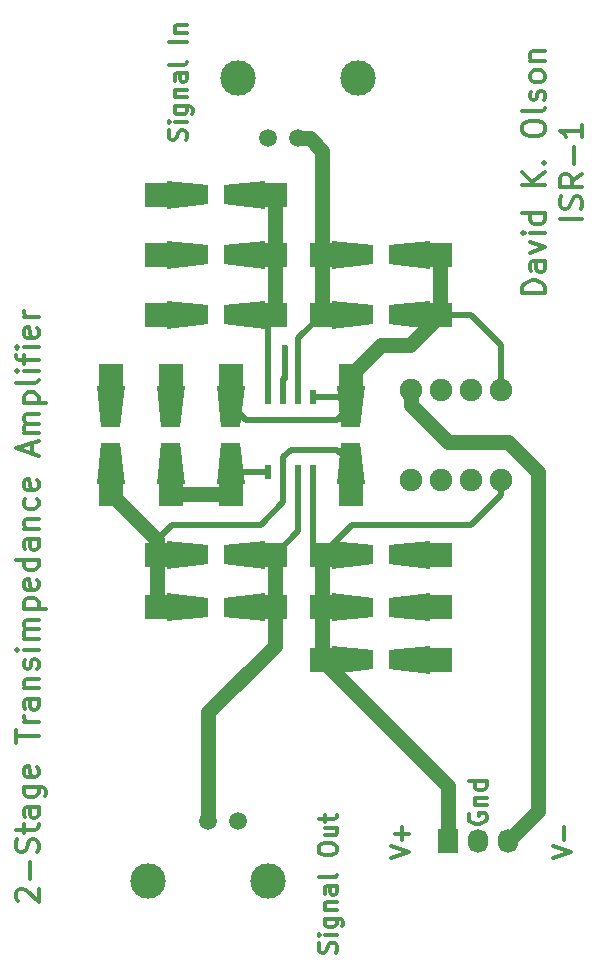
<source format=gbr>
G04 #@! TF.FileFunction,Copper,L1,Top,Signal*
%FSLAX46Y46*%
G04 Gerber Fmt 4.6, Leading zero omitted, Abs format (unit mm)*
G04 Created by KiCad (PCBNEW 4.0.5) date Monday, July 31, 2017 'PMt' 03:21:26 PM*
%MOMM*%
%LPD*%
G01*
G04 APERTURE LIST*
%ADD10C,0.150000*%
%ADD11C,0.304800*%
%ADD12R,1.998980X1.998980*%
%ADD13R,1.727200X2.032000*%
%ADD14O,1.727200X2.032000*%
%ADD15R,0.508000X1.143000*%
%ADD16C,1.905000*%
%ADD17C,3.000000*%
%ADD18C,1.500000*%
%ADD19C,0.600000*%
%ADD20C,1.270000*%
%ADD21C,0.508000*%
G04 APERTURE END LIST*
D10*
D11*
X163068000Y-125439714D02*
X162995429Y-125584857D01*
X162995429Y-125802571D01*
X163068000Y-126020286D01*
X163213143Y-126165428D01*
X163358286Y-126238000D01*
X163648571Y-126310571D01*
X163866286Y-126310571D01*
X164156571Y-126238000D01*
X164301714Y-126165428D01*
X164446857Y-126020286D01*
X164519429Y-125802571D01*
X164519429Y-125657428D01*
X164446857Y-125439714D01*
X164374286Y-125367143D01*
X163866286Y-125367143D01*
X163866286Y-125657428D01*
X163503429Y-124714000D02*
X164519429Y-124714000D01*
X163648571Y-124714000D02*
X163576000Y-124641428D01*
X163503429Y-124496286D01*
X163503429Y-124278571D01*
X163576000Y-124133428D01*
X163721143Y-124060857D01*
X164519429Y-124060857D01*
X164519429Y-122682000D02*
X162995429Y-122682000D01*
X164446857Y-122682000D02*
X164519429Y-122827143D01*
X164519429Y-123117429D01*
X164446857Y-123262571D01*
X164374286Y-123335143D01*
X164229143Y-123407714D01*
X163793714Y-123407714D01*
X163648571Y-123335143D01*
X163576000Y-123262571D01*
X163503429Y-123117429D01*
X163503429Y-122827143D01*
X163576000Y-122682000D01*
X170107429Y-129213428D02*
X171631429Y-128705428D01*
X170107429Y-128197428D01*
X171050857Y-127689428D02*
X171050857Y-126528285D01*
X156391429Y-129213428D02*
X157915429Y-128705428D01*
X156391429Y-128197428D01*
X157334857Y-127689428D02*
X157334857Y-126528285D01*
X157915429Y-127108856D02*
X156754286Y-127108856D01*
X151746857Y-137214428D02*
X151819429Y-136996714D01*
X151819429Y-136633857D01*
X151746857Y-136488714D01*
X151674286Y-136416143D01*
X151529143Y-136343571D01*
X151384000Y-136343571D01*
X151238857Y-136416143D01*
X151166286Y-136488714D01*
X151093714Y-136633857D01*
X151021143Y-136924143D01*
X150948571Y-137069285D01*
X150876000Y-137141857D01*
X150730857Y-137214428D01*
X150585714Y-137214428D01*
X150440571Y-137141857D01*
X150368000Y-137069285D01*
X150295429Y-136924143D01*
X150295429Y-136561285D01*
X150368000Y-136343571D01*
X151819429Y-135690428D02*
X150803429Y-135690428D01*
X150295429Y-135690428D02*
X150368000Y-135762999D01*
X150440571Y-135690428D01*
X150368000Y-135617856D01*
X150295429Y-135690428D01*
X150440571Y-135690428D01*
X150803429Y-134311571D02*
X152037143Y-134311571D01*
X152182286Y-134384142D01*
X152254857Y-134456714D01*
X152327429Y-134601857D01*
X152327429Y-134819571D01*
X152254857Y-134964714D01*
X151746857Y-134311571D02*
X151819429Y-134456714D01*
X151819429Y-134747000D01*
X151746857Y-134892142D01*
X151674286Y-134964714D01*
X151529143Y-135037285D01*
X151093714Y-135037285D01*
X150948571Y-134964714D01*
X150876000Y-134892142D01*
X150803429Y-134747000D01*
X150803429Y-134456714D01*
X150876000Y-134311571D01*
X150803429Y-133585857D02*
X151819429Y-133585857D01*
X150948571Y-133585857D02*
X150876000Y-133513285D01*
X150803429Y-133368143D01*
X150803429Y-133150428D01*
X150876000Y-133005285D01*
X151021143Y-132932714D01*
X151819429Y-132932714D01*
X151819429Y-131553857D02*
X151021143Y-131553857D01*
X150876000Y-131626428D01*
X150803429Y-131771571D01*
X150803429Y-132061857D01*
X150876000Y-132207000D01*
X151746857Y-131553857D02*
X151819429Y-131699000D01*
X151819429Y-132061857D01*
X151746857Y-132207000D01*
X151601714Y-132279571D01*
X151456571Y-132279571D01*
X151311429Y-132207000D01*
X151238857Y-132061857D01*
X151238857Y-131699000D01*
X151166286Y-131553857D01*
X151819429Y-130610429D02*
X151746857Y-130755571D01*
X151601714Y-130828143D01*
X150295429Y-130828143D01*
X150295429Y-128578428D02*
X150295429Y-128288142D01*
X150368000Y-128143000D01*
X150513143Y-127997857D01*
X150803429Y-127925285D01*
X151311429Y-127925285D01*
X151601714Y-127997857D01*
X151746857Y-128143000D01*
X151819429Y-128288142D01*
X151819429Y-128578428D01*
X151746857Y-128723571D01*
X151601714Y-128868714D01*
X151311429Y-128941285D01*
X150803429Y-128941285D01*
X150513143Y-128868714D01*
X150368000Y-128723571D01*
X150295429Y-128578428D01*
X150803429Y-126619000D02*
X151819429Y-126619000D01*
X150803429Y-127272143D02*
X151601714Y-127272143D01*
X151746857Y-127199571D01*
X151819429Y-127054429D01*
X151819429Y-126836714D01*
X151746857Y-126691571D01*
X151674286Y-126619000D01*
X150803429Y-126111000D02*
X150803429Y-125530429D01*
X150295429Y-125893286D02*
X151601714Y-125893286D01*
X151746857Y-125820714D01*
X151819429Y-125675572D01*
X151819429Y-125530429D01*
X139046857Y-68398571D02*
X139119429Y-68180857D01*
X139119429Y-67818000D01*
X139046857Y-67672857D01*
X138974286Y-67600286D01*
X138829143Y-67527714D01*
X138684000Y-67527714D01*
X138538857Y-67600286D01*
X138466286Y-67672857D01*
X138393714Y-67818000D01*
X138321143Y-68108286D01*
X138248571Y-68253428D01*
X138176000Y-68326000D01*
X138030857Y-68398571D01*
X137885714Y-68398571D01*
X137740571Y-68326000D01*
X137668000Y-68253428D01*
X137595429Y-68108286D01*
X137595429Y-67745428D01*
X137668000Y-67527714D01*
X139119429Y-66874571D02*
X138103429Y-66874571D01*
X137595429Y-66874571D02*
X137668000Y-66947142D01*
X137740571Y-66874571D01*
X137668000Y-66801999D01*
X137595429Y-66874571D01*
X137740571Y-66874571D01*
X138103429Y-65495714D02*
X139337143Y-65495714D01*
X139482286Y-65568285D01*
X139554857Y-65640857D01*
X139627429Y-65786000D01*
X139627429Y-66003714D01*
X139554857Y-66148857D01*
X139046857Y-65495714D02*
X139119429Y-65640857D01*
X139119429Y-65931143D01*
X139046857Y-66076285D01*
X138974286Y-66148857D01*
X138829143Y-66221428D01*
X138393714Y-66221428D01*
X138248571Y-66148857D01*
X138176000Y-66076285D01*
X138103429Y-65931143D01*
X138103429Y-65640857D01*
X138176000Y-65495714D01*
X138103429Y-64770000D02*
X139119429Y-64770000D01*
X138248571Y-64770000D02*
X138176000Y-64697428D01*
X138103429Y-64552286D01*
X138103429Y-64334571D01*
X138176000Y-64189428D01*
X138321143Y-64116857D01*
X139119429Y-64116857D01*
X139119429Y-62738000D02*
X138321143Y-62738000D01*
X138176000Y-62810571D01*
X138103429Y-62955714D01*
X138103429Y-63246000D01*
X138176000Y-63391143D01*
X139046857Y-62738000D02*
X139119429Y-62883143D01*
X139119429Y-63246000D01*
X139046857Y-63391143D01*
X138901714Y-63463714D01*
X138756571Y-63463714D01*
X138611429Y-63391143D01*
X138538857Y-63246000D01*
X138538857Y-62883143D01*
X138466286Y-62738000D01*
X139119429Y-61794572D02*
X139046857Y-61939714D01*
X138901714Y-62012286D01*
X137595429Y-62012286D01*
X139119429Y-60052857D02*
X137595429Y-60052857D01*
X138103429Y-59327143D02*
X139119429Y-59327143D01*
X138248571Y-59327143D02*
X138176000Y-59254571D01*
X138103429Y-59109429D01*
X138103429Y-58891714D01*
X138176000Y-58746571D01*
X138321143Y-58674000D01*
X139119429Y-58674000D01*
X169460636Y-81370714D02*
X167555636Y-81370714D01*
X167555636Y-80917142D01*
X167646350Y-80644999D01*
X167827779Y-80463571D01*
X168009207Y-80372856D01*
X168372064Y-80282142D01*
X168644207Y-80282142D01*
X169007064Y-80372856D01*
X169188493Y-80463571D01*
X169369921Y-80644999D01*
X169460636Y-80917142D01*
X169460636Y-81370714D01*
X169460636Y-78649285D02*
X168462779Y-78649285D01*
X168281350Y-78739999D01*
X168190636Y-78921428D01*
X168190636Y-79284285D01*
X168281350Y-79465714D01*
X169369921Y-78649285D02*
X169460636Y-78830714D01*
X169460636Y-79284285D01*
X169369921Y-79465714D01*
X169188493Y-79556428D01*
X169007064Y-79556428D01*
X168825636Y-79465714D01*
X168734921Y-79284285D01*
X168734921Y-78830714D01*
X168644207Y-78649285D01*
X168190636Y-77923571D02*
X169460636Y-77470000D01*
X168190636Y-77016428D01*
X169460636Y-76290714D02*
X168190636Y-76290714D01*
X167555636Y-76290714D02*
X167646350Y-76381428D01*
X167737064Y-76290714D01*
X167646350Y-76199999D01*
X167555636Y-76290714D01*
X167737064Y-76290714D01*
X169460636Y-74567142D02*
X167555636Y-74567142D01*
X169369921Y-74567142D02*
X169460636Y-74748571D01*
X169460636Y-75111428D01*
X169369921Y-75292856D01*
X169279207Y-75383571D01*
X169097779Y-75474285D01*
X168553493Y-75474285D01*
X168372064Y-75383571D01*
X168281350Y-75292856D01*
X168190636Y-75111428D01*
X168190636Y-74748571D01*
X168281350Y-74567142D01*
X169460636Y-72208571D02*
X167555636Y-72208571D01*
X169460636Y-71119999D02*
X168372064Y-71936428D01*
X167555636Y-71119999D02*
X168644207Y-72208571D01*
X169279207Y-70303571D02*
X169369921Y-70212856D01*
X169460636Y-70303571D01*
X169369921Y-70394285D01*
X169279207Y-70303571D01*
X169460636Y-70303571D01*
X167555636Y-67582141D02*
X167555636Y-67219284D01*
X167646350Y-67037856D01*
X167827779Y-66856427D01*
X168190636Y-66765713D01*
X168825636Y-66765713D01*
X169188493Y-66856427D01*
X169369921Y-67037856D01*
X169460636Y-67219284D01*
X169460636Y-67582141D01*
X169369921Y-67763570D01*
X169188493Y-67944999D01*
X168825636Y-68035713D01*
X168190636Y-68035713D01*
X167827779Y-67944999D01*
X167646350Y-67763570D01*
X167555636Y-67582141D01*
X169460636Y-65677142D02*
X169369921Y-65858570D01*
X169188493Y-65949285D01*
X167555636Y-65949285D01*
X169369921Y-65042142D02*
X169460636Y-64860713D01*
X169460636Y-64497856D01*
X169369921Y-64316428D01*
X169188493Y-64225713D01*
X169097779Y-64225713D01*
X168916350Y-64316428D01*
X168825636Y-64497856D01*
X168825636Y-64769999D01*
X168734921Y-64951428D01*
X168553493Y-65042142D01*
X168462779Y-65042142D01*
X168281350Y-64951428D01*
X168190636Y-64769999D01*
X168190636Y-64497856D01*
X168281350Y-64316428D01*
X169460636Y-63137142D02*
X169369921Y-63318570D01*
X169279207Y-63409285D01*
X169097779Y-63499999D01*
X168553493Y-63499999D01*
X168372064Y-63409285D01*
X168281350Y-63318570D01*
X168190636Y-63137142D01*
X168190636Y-62864999D01*
X168281350Y-62683570D01*
X168372064Y-62592856D01*
X168553493Y-62502142D01*
X169097779Y-62502142D01*
X169279207Y-62592856D01*
X169369921Y-62683570D01*
X169460636Y-62864999D01*
X169460636Y-63137142D01*
X168190636Y-61685714D02*
X169460636Y-61685714D01*
X168372064Y-61685714D02*
X168281350Y-61594999D01*
X168190636Y-61413571D01*
X168190636Y-61141428D01*
X168281350Y-60959999D01*
X168462779Y-60869285D01*
X169460636Y-60869285D01*
X172622936Y-75066072D02*
X170717936Y-75066072D01*
X172532221Y-74249643D02*
X172622936Y-73977500D01*
X172622936Y-73523929D01*
X172532221Y-73342500D01*
X172441507Y-73251786D01*
X172260079Y-73161071D01*
X172078650Y-73161071D01*
X171897221Y-73251786D01*
X171806507Y-73342500D01*
X171715793Y-73523929D01*
X171625079Y-73886786D01*
X171534364Y-74068214D01*
X171443650Y-74158929D01*
X171262221Y-74249643D01*
X171080793Y-74249643D01*
X170899364Y-74158929D01*
X170808650Y-74068214D01*
X170717936Y-73886786D01*
X170717936Y-73433214D01*
X170808650Y-73161071D01*
X172622936Y-71256071D02*
X171715793Y-71891071D01*
X172622936Y-72344643D02*
X170717936Y-72344643D01*
X170717936Y-71618928D01*
X170808650Y-71437500D01*
X170899364Y-71346785D01*
X171080793Y-71256071D01*
X171352936Y-71256071D01*
X171534364Y-71346785D01*
X171625079Y-71437500D01*
X171715793Y-71618928D01*
X171715793Y-72344643D01*
X171897221Y-70439643D02*
X171897221Y-68988214D01*
X172622936Y-67083214D02*
X172622936Y-68171786D01*
X172622936Y-67627500D02*
X170717936Y-67627500D01*
X170990079Y-67808929D01*
X171171507Y-67990357D01*
X171262221Y-68171786D01*
X124868214Y-132851070D02*
X124777500Y-132760356D01*
X124686786Y-132578927D01*
X124686786Y-132125356D01*
X124777500Y-131943927D01*
X124868214Y-131853213D01*
X125049643Y-131762498D01*
X125231071Y-131762498D01*
X125503214Y-131853213D01*
X126591786Y-132941784D01*
X126591786Y-131762498D01*
X125866071Y-130946070D02*
X125866071Y-129494641D01*
X126501071Y-128678213D02*
X126591786Y-128406070D01*
X126591786Y-127952499D01*
X126501071Y-127771070D01*
X126410357Y-127680356D01*
X126228929Y-127589641D01*
X126047500Y-127589641D01*
X125866071Y-127680356D01*
X125775357Y-127771070D01*
X125684643Y-127952499D01*
X125593929Y-128315356D01*
X125503214Y-128496784D01*
X125412500Y-128587499D01*
X125231071Y-128678213D01*
X125049643Y-128678213D01*
X124868214Y-128587499D01*
X124777500Y-128496784D01*
X124686786Y-128315356D01*
X124686786Y-127861784D01*
X124777500Y-127589641D01*
X125321786Y-127045355D02*
X125321786Y-126319641D01*
X124686786Y-126773213D02*
X126319643Y-126773213D01*
X126501071Y-126682498D01*
X126591786Y-126501070D01*
X126591786Y-126319641D01*
X126591786Y-124868213D02*
X125593929Y-124868213D01*
X125412500Y-124958927D01*
X125321786Y-125140356D01*
X125321786Y-125503213D01*
X125412500Y-125684642D01*
X126501071Y-124868213D02*
X126591786Y-125049642D01*
X126591786Y-125503213D01*
X126501071Y-125684642D01*
X126319643Y-125775356D01*
X126138214Y-125775356D01*
X125956786Y-125684642D01*
X125866071Y-125503213D01*
X125866071Y-125049642D01*
X125775357Y-124868213D01*
X125321786Y-123144642D02*
X126863929Y-123144642D01*
X127045357Y-123235356D01*
X127136071Y-123326071D01*
X127226786Y-123507499D01*
X127226786Y-123779642D01*
X127136071Y-123961071D01*
X126501071Y-123144642D02*
X126591786Y-123326071D01*
X126591786Y-123688928D01*
X126501071Y-123870356D01*
X126410357Y-123961071D01*
X126228929Y-124051785D01*
X125684643Y-124051785D01*
X125503214Y-123961071D01*
X125412500Y-123870356D01*
X125321786Y-123688928D01*
X125321786Y-123326071D01*
X125412500Y-123144642D01*
X126501071Y-121511785D02*
X126591786Y-121693214D01*
X126591786Y-122056071D01*
X126501071Y-122237500D01*
X126319643Y-122328214D01*
X125593929Y-122328214D01*
X125412500Y-122237500D01*
X125321786Y-122056071D01*
X125321786Y-121693214D01*
X125412500Y-121511785D01*
X125593929Y-121421071D01*
X125775357Y-121421071D01*
X125956786Y-122328214D01*
X124686786Y-119425356D02*
X124686786Y-118336785D01*
X126591786Y-118881071D02*
X124686786Y-118881071D01*
X126591786Y-117701785D02*
X125321786Y-117701785D01*
X125684643Y-117701785D02*
X125503214Y-117611070D01*
X125412500Y-117520356D01*
X125321786Y-117338927D01*
X125321786Y-117157499D01*
X126591786Y-115706070D02*
X125593929Y-115706070D01*
X125412500Y-115796784D01*
X125321786Y-115978213D01*
X125321786Y-116341070D01*
X125412500Y-116522499D01*
X126501071Y-115706070D02*
X126591786Y-115887499D01*
X126591786Y-116341070D01*
X126501071Y-116522499D01*
X126319643Y-116613213D01*
X126138214Y-116613213D01*
X125956786Y-116522499D01*
X125866071Y-116341070D01*
X125866071Y-115887499D01*
X125775357Y-115706070D01*
X125321786Y-114798928D02*
X126591786Y-114798928D01*
X125503214Y-114798928D02*
X125412500Y-114708213D01*
X125321786Y-114526785D01*
X125321786Y-114254642D01*
X125412500Y-114073213D01*
X125593929Y-113982499D01*
X126591786Y-113982499D01*
X126501071Y-113166071D02*
X126591786Y-112984642D01*
X126591786Y-112621785D01*
X126501071Y-112440357D01*
X126319643Y-112349642D01*
X126228929Y-112349642D01*
X126047500Y-112440357D01*
X125956786Y-112621785D01*
X125956786Y-112893928D01*
X125866071Y-113075357D01*
X125684643Y-113166071D01*
X125593929Y-113166071D01*
X125412500Y-113075357D01*
X125321786Y-112893928D01*
X125321786Y-112621785D01*
X125412500Y-112440357D01*
X126591786Y-111533214D02*
X125321786Y-111533214D01*
X124686786Y-111533214D02*
X124777500Y-111623928D01*
X124868214Y-111533214D01*
X124777500Y-111442499D01*
X124686786Y-111533214D01*
X124868214Y-111533214D01*
X126591786Y-110626071D02*
X125321786Y-110626071D01*
X125503214Y-110626071D02*
X125412500Y-110535356D01*
X125321786Y-110353928D01*
X125321786Y-110081785D01*
X125412500Y-109900356D01*
X125593929Y-109809642D01*
X126591786Y-109809642D01*
X125593929Y-109809642D02*
X125412500Y-109718928D01*
X125321786Y-109537499D01*
X125321786Y-109265356D01*
X125412500Y-109083928D01*
X125593929Y-108993213D01*
X126591786Y-108993213D01*
X125321786Y-108086071D02*
X127226786Y-108086071D01*
X125412500Y-108086071D02*
X125321786Y-107904642D01*
X125321786Y-107541785D01*
X125412500Y-107360356D01*
X125503214Y-107269642D01*
X125684643Y-107178928D01*
X126228929Y-107178928D01*
X126410357Y-107269642D01*
X126501071Y-107360356D01*
X126591786Y-107541785D01*
X126591786Y-107904642D01*
X126501071Y-108086071D01*
X126501071Y-105636785D02*
X126591786Y-105818214D01*
X126591786Y-106181071D01*
X126501071Y-106362500D01*
X126319643Y-106453214D01*
X125593929Y-106453214D01*
X125412500Y-106362500D01*
X125321786Y-106181071D01*
X125321786Y-105818214D01*
X125412500Y-105636785D01*
X125593929Y-105546071D01*
X125775357Y-105546071D01*
X125956786Y-106453214D01*
X126591786Y-103913214D02*
X124686786Y-103913214D01*
X126501071Y-103913214D02*
X126591786Y-104094643D01*
X126591786Y-104457500D01*
X126501071Y-104638928D01*
X126410357Y-104729643D01*
X126228929Y-104820357D01*
X125684643Y-104820357D01*
X125503214Y-104729643D01*
X125412500Y-104638928D01*
X125321786Y-104457500D01*
X125321786Y-104094643D01*
X125412500Y-103913214D01*
X126591786Y-102189643D02*
X125593929Y-102189643D01*
X125412500Y-102280357D01*
X125321786Y-102461786D01*
X125321786Y-102824643D01*
X125412500Y-103006072D01*
X126501071Y-102189643D02*
X126591786Y-102371072D01*
X126591786Y-102824643D01*
X126501071Y-103006072D01*
X126319643Y-103096786D01*
X126138214Y-103096786D01*
X125956786Y-103006072D01*
X125866071Y-102824643D01*
X125866071Y-102371072D01*
X125775357Y-102189643D01*
X125321786Y-101282501D02*
X126591786Y-101282501D01*
X125503214Y-101282501D02*
X125412500Y-101191786D01*
X125321786Y-101010358D01*
X125321786Y-100738215D01*
X125412500Y-100556786D01*
X125593929Y-100466072D01*
X126591786Y-100466072D01*
X126501071Y-98742501D02*
X126591786Y-98923930D01*
X126591786Y-99286787D01*
X126501071Y-99468215D01*
X126410357Y-99558930D01*
X126228929Y-99649644D01*
X125684643Y-99649644D01*
X125503214Y-99558930D01*
X125412500Y-99468215D01*
X125321786Y-99286787D01*
X125321786Y-98923930D01*
X125412500Y-98742501D01*
X126501071Y-97200358D02*
X126591786Y-97381787D01*
X126591786Y-97744644D01*
X126501071Y-97926073D01*
X126319643Y-98016787D01*
X125593929Y-98016787D01*
X125412500Y-97926073D01*
X125321786Y-97744644D01*
X125321786Y-97381787D01*
X125412500Y-97200358D01*
X125593929Y-97109644D01*
X125775357Y-97109644D01*
X125956786Y-98016787D01*
X126047500Y-94932501D02*
X126047500Y-94025358D01*
X126591786Y-95113929D02*
X124686786Y-94478929D01*
X126591786Y-93843929D01*
X126591786Y-93208930D02*
X125321786Y-93208930D01*
X125503214Y-93208930D02*
X125412500Y-93118215D01*
X125321786Y-92936787D01*
X125321786Y-92664644D01*
X125412500Y-92483215D01*
X125593929Y-92392501D01*
X126591786Y-92392501D01*
X125593929Y-92392501D02*
X125412500Y-92301787D01*
X125321786Y-92120358D01*
X125321786Y-91848215D01*
X125412500Y-91666787D01*
X125593929Y-91576072D01*
X126591786Y-91576072D01*
X125321786Y-90668930D02*
X127226786Y-90668930D01*
X125412500Y-90668930D02*
X125321786Y-90487501D01*
X125321786Y-90124644D01*
X125412500Y-89943215D01*
X125503214Y-89852501D01*
X125684643Y-89761787D01*
X126228929Y-89761787D01*
X126410357Y-89852501D01*
X126501071Y-89943215D01*
X126591786Y-90124644D01*
X126591786Y-90487501D01*
X126501071Y-90668930D01*
X126591786Y-88673216D02*
X126501071Y-88854644D01*
X126319643Y-88945359D01*
X124686786Y-88945359D01*
X126591786Y-87947502D02*
X125321786Y-87947502D01*
X124686786Y-87947502D02*
X124777500Y-88038216D01*
X124868214Y-87947502D01*
X124777500Y-87856787D01*
X124686786Y-87947502D01*
X124868214Y-87947502D01*
X125321786Y-87312501D02*
X125321786Y-86586787D01*
X126591786Y-87040359D02*
X124958929Y-87040359D01*
X124777500Y-86949644D01*
X124686786Y-86768216D01*
X124686786Y-86586787D01*
X126591786Y-85951788D02*
X125321786Y-85951788D01*
X124686786Y-85951788D02*
X124777500Y-86042502D01*
X124868214Y-85951788D01*
X124777500Y-85861073D01*
X124686786Y-85951788D01*
X124868214Y-85951788D01*
X126501071Y-84318930D02*
X126591786Y-84500359D01*
X126591786Y-84863216D01*
X126501071Y-85044645D01*
X126319643Y-85135359D01*
X125593929Y-85135359D01*
X125412500Y-85044645D01*
X125321786Y-84863216D01*
X125321786Y-84500359D01*
X125412500Y-84318930D01*
X125593929Y-84228216D01*
X125775357Y-84228216D01*
X125956786Y-85135359D01*
X126591786Y-83411788D02*
X125321786Y-83411788D01*
X125684643Y-83411788D02*
X125503214Y-83321073D01*
X125412500Y-83230359D01*
X125321786Y-83048930D01*
X125321786Y-82867502D01*
D10*
G36*
X136596120Y-89181940D02*
X138993880Y-89181940D01*
X138595100Y-92682060D01*
X136994900Y-92682060D01*
X136596120Y-89181940D01*
X136596120Y-89181940D01*
G37*
G36*
X138993880Y-97508060D02*
X136596120Y-97508060D01*
X136994900Y-94007940D01*
X138595100Y-94007940D01*
X138993880Y-97508060D01*
X138993880Y-97508060D01*
G37*
D12*
X137795000Y-88343740D03*
X137795000Y-98346260D03*
D10*
G36*
X159738060Y-102306120D02*
X159738060Y-104703880D01*
X156237940Y-104305100D01*
X156237940Y-102704900D01*
X159738060Y-102306120D01*
X159738060Y-102306120D01*
G37*
G36*
X151411940Y-104703880D02*
X151411940Y-102306120D01*
X154912060Y-102704900D01*
X154912060Y-104305100D01*
X151411940Y-104703880D01*
X151411940Y-104703880D01*
G37*
D12*
X160576260Y-103505000D03*
X150573740Y-103505000D03*
D10*
G36*
X159738060Y-106751120D02*
X159738060Y-109148880D01*
X156237940Y-108750100D01*
X156237940Y-107149900D01*
X159738060Y-106751120D01*
X159738060Y-106751120D01*
G37*
G36*
X151411940Y-109148880D02*
X151411940Y-106751120D01*
X154912060Y-107149900D01*
X154912060Y-108750100D01*
X151411940Y-109148880D01*
X151411940Y-109148880D01*
G37*
D12*
X160576260Y-107950000D03*
X150573740Y-107950000D03*
D10*
G36*
X159738060Y-111196120D02*
X159738060Y-113593880D01*
X156237940Y-113195100D01*
X156237940Y-111594900D01*
X159738060Y-111196120D01*
X159738060Y-111196120D01*
G37*
G36*
X151411940Y-113593880D02*
X151411940Y-111196120D01*
X154912060Y-111594900D01*
X154912060Y-113195100D01*
X151411940Y-113593880D01*
X151411940Y-113593880D01*
G37*
D12*
X160576260Y-112395000D03*
X150573740Y-112395000D03*
D10*
G36*
X137441940Y-84383880D02*
X137441940Y-81986120D01*
X140942060Y-82384900D01*
X140942060Y-83985100D01*
X137441940Y-84383880D01*
X137441940Y-84383880D01*
G37*
G36*
X145768060Y-81986120D02*
X145768060Y-84383880D01*
X142267940Y-83985100D01*
X142267940Y-82384900D01*
X145768060Y-81986120D01*
X145768060Y-81986120D01*
G37*
D12*
X136603740Y-83185000D03*
X146606260Y-83185000D03*
D10*
G36*
X137441940Y-79303880D02*
X137441940Y-76906120D01*
X140942060Y-77304900D01*
X140942060Y-78905100D01*
X137441940Y-79303880D01*
X137441940Y-79303880D01*
G37*
G36*
X145768060Y-76906120D02*
X145768060Y-79303880D01*
X142267940Y-78905100D01*
X142267940Y-77304900D01*
X145768060Y-76906120D01*
X145768060Y-76906120D01*
G37*
D12*
X136603740Y-78105000D03*
X146606260Y-78105000D03*
D10*
G36*
X137441940Y-74223880D02*
X137441940Y-71826120D01*
X140942060Y-72224900D01*
X140942060Y-73825100D01*
X137441940Y-74223880D01*
X137441940Y-74223880D01*
G37*
G36*
X145768060Y-71826120D02*
X145768060Y-74223880D01*
X142267940Y-73825100D01*
X142267940Y-72224900D01*
X145768060Y-71826120D01*
X145768060Y-71826120D01*
G37*
D12*
X136603740Y-73025000D03*
X146606260Y-73025000D03*
D10*
G36*
X159738060Y-76906120D02*
X159738060Y-79303880D01*
X156237940Y-78905100D01*
X156237940Y-77304900D01*
X159738060Y-76906120D01*
X159738060Y-76906120D01*
G37*
G36*
X151411940Y-79303880D02*
X151411940Y-76906120D01*
X154912060Y-77304900D01*
X154912060Y-78905100D01*
X151411940Y-79303880D01*
X151411940Y-79303880D01*
G37*
D12*
X160576260Y-78105000D03*
X150573740Y-78105000D03*
D10*
G36*
X145768060Y-106751120D02*
X145768060Y-109148880D01*
X142267940Y-108750100D01*
X142267940Y-107149900D01*
X145768060Y-106751120D01*
X145768060Y-106751120D01*
G37*
G36*
X137441940Y-109148880D02*
X137441940Y-106751120D01*
X140942060Y-107149900D01*
X140942060Y-108750100D01*
X137441940Y-109148880D01*
X137441940Y-109148880D01*
G37*
D12*
X146606260Y-107950000D03*
X136603740Y-107950000D03*
D13*
X161290000Y-127762000D03*
D14*
X163830000Y-127762000D03*
X166370000Y-127762000D03*
D10*
G36*
X154233880Y-97508060D02*
X151836120Y-97508060D01*
X152234900Y-94007940D01*
X153835100Y-94007940D01*
X154233880Y-97508060D01*
X154233880Y-97508060D01*
G37*
G36*
X151836120Y-89181940D02*
X154233880Y-89181940D01*
X153835100Y-92682060D01*
X152234900Y-92682060D01*
X151836120Y-89181940D01*
X151836120Y-89181940D01*
G37*
D12*
X153035000Y-98346260D03*
X153035000Y-88343740D03*
D10*
G36*
X144073880Y-97508060D02*
X141676120Y-97508060D01*
X142074900Y-94007940D01*
X143675100Y-94007940D01*
X144073880Y-97508060D01*
X144073880Y-97508060D01*
G37*
G36*
X141676120Y-89181940D02*
X144073880Y-89181940D01*
X143675100Y-92682060D01*
X142074900Y-92682060D01*
X141676120Y-89181940D01*
X141676120Y-89181940D01*
G37*
D12*
X142875000Y-98346260D03*
X142875000Y-88343740D03*
D10*
G36*
X133913880Y-97508060D02*
X131516120Y-97508060D01*
X131914900Y-94007940D01*
X133515100Y-94007940D01*
X133913880Y-97508060D01*
X133913880Y-97508060D01*
G37*
G36*
X131516120Y-89181940D02*
X133913880Y-89181940D01*
X133515100Y-92682060D01*
X131914900Y-92682060D01*
X131516120Y-89181940D01*
X131516120Y-89181940D01*
G37*
D12*
X132715000Y-98346260D03*
X132715000Y-88343740D03*
D10*
G36*
X159738060Y-81986120D02*
X159738060Y-84383880D01*
X156237940Y-83985100D01*
X156237940Y-82384900D01*
X159738060Y-81986120D01*
X159738060Y-81986120D01*
G37*
G36*
X151411940Y-84383880D02*
X151411940Y-81986120D01*
X154912060Y-82384900D01*
X154912060Y-83985100D01*
X151411940Y-84383880D01*
X151411940Y-84383880D01*
G37*
D12*
X160576260Y-83185000D03*
X150573740Y-83185000D03*
D10*
G36*
X145768060Y-102306120D02*
X145768060Y-104703880D01*
X142267940Y-104305100D01*
X142267940Y-102704900D01*
X145768060Y-102306120D01*
X145768060Y-102306120D01*
G37*
G36*
X137441940Y-104703880D02*
X137441940Y-102306120D01*
X140942060Y-102704900D01*
X140942060Y-104305100D01*
X137441940Y-104703880D01*
X137441940Y-104703880D01*
G37*
D12*
X146606260Y-103505000D03*
X136603740Y-103505000D03*
D15*
X149860000Y-96520000D03*
X148590000Y-96520000D03*
X147320000Y-96520000D03*
X146050000Y-96520000D03*
X146050000Y-90170000D03*
X147320000Y-90170000D03*
X148590000Y-90170000D03*
X149860000Y-90170000D03*
D16*
X165735000Y-89535000D03*
X163195000Y-89535000D03*
X160655000Y-89535000D03*
X158115000Y-89535000D03*
X158115000Y-97155000D03*
X160655000Y-97155000D03*
X163195000Y-97155000D03*
X165735000Y-97155000D03*
D17*
X143510000Y-63180000D03*
X153670000Y-63180000D03*
D18*
X148590000Y-68260000D03*
X146050000Y-68260000D03*
D17*
X146050000Y-131130000D03*
X135890000Y-131130000D03*
D18*
X140970000Y-126050000D03*
X143510000Y-126050000D03*
D19*
X147447000Y-88519000D03*
X147447000Y-85979000D03*
X147447000Y-87249000D03*
D20*
X161290000Y-127762000D02*
X161290000Y-123111260D01*
X161290000Y-123111260D02*
X150573740Y-112395000D01*
D21*
X153113740Y-100965000D02*
X150573740Y-103505000D01*
X163195000Y-100965000D02*
X153113740Y-100965000D01*
D20*
X150573740Y-108585000D02*
X150573740Y-112395000D01*
X150573740Y-104140000D02*
X150573740Y-107950000D01*
D21*
X150573740Y-112395000D02*
X153162000Y-112395000D01*
X150573740Y-107950000D02*
X153162000Y-107950000D01*
X150573740Y-103505000D02*
X153162000Y-103505000D01*
X149860000Y-96520000D02*
X149860000Y-102791260D01*
X149860000Y-102791260D02*
X150573740Y-103505000D01*
X165735000Y-97155000D02*
X165735000Y-98425000D01*
X165735000Y-98425000D02*
X163195000Y-100965000D01*
D20*
X168910000Y-96520000D02*
X168910000Y-125222000D01*
X166370000Y-93980000D02*
X168910000Y-96520000D01*
X161290000Y-93980000D02*
X166370000Y-93980000D01*
X158115000Y-89535000D02*
X158115000Y-90805000D01*
X158115000Y-90805000D02*
X161290000Y-93980000D01*
X168910000Y-125222000D02*
X166370000Y-127762000D01*
X146606260Y-78105000D02*
X146606260Y-73025000D01*
X146606260Y-83185000D02*
X146606260Y-78105000D01*
D21*
X146606260Y-83185000D02*
X144018000Y-83185000D01*
X146606260Y-78105000D02*
X144018000Y-78105000D01*
X146606260Y-73025000D02*
X144018000Y-73025000D01*
X146050000Y-90170000D02*
X146050000Y-83741260D01*
X146050000Y-83741260D02*
X146606260Y-83185000D01*
X147447000Y-86360000D02*
X147447000Y-88519000D01*
X147320000Y-88646000D02*
X147447000Y-88519000D01*
X147447000Y-88519000D02*
X147320000Y-88646000D01*
D20*
X137795000Y-88343740D02*
X137795000Y-90932000D01*
D21*
X147320000Y-90170000D02*
X147320000Y-88646000D01*
X147447000Y-87249000D02*
X147447000Y-86360000D01*
X147447000Y-86360000D02*
X147447000Y-85979000D01*
D20*
X132715000Y-88343740D02*
X132715000Y-90932000D01*
X136603740Y-83185000D02*
X139192000Y-83185000D01*
X136603740Y-78105000D02*
X139192000Y-78105000D01*
X136603740Y-73025000D02*
X139192000Y-73025000D01*
X160576260Y-112395000D02*
X157988000Y-112395000D01*
X160576260Y-107950000D02*
X157988000Y-107950000D01*
X160576260Y-103505000D02*
X157988000Y-103505000D01*
X137795000Y-98346260D02*
X142875000Y-98346260D01*
D21*
X137795000Y-98346260D02*
X137795000Y-95758000D01*
X142875000Y-98346260D02*
X142875000Y-95758000D01*
X146050000Y-96520000D02*
X143637000Y-96520000D01*
X143637000Y-96520000D02*
X142875000Y-95758000D01*
X165735000Y-89535000D02*
X165735000Y-85725000D01*
X165735000Y-85725000D02*
X163195000Y-83185000D01*
D20*
X160576260Y-83185000D02*
X160576260Y-78105000D01*
D21*
X142875000Y-90932000D02*
X143002000Y-90932000D01*
X143002000Y-90932000D02*
X144145000Y-92075000D01*
X151892000Y-92075000D02*
X153035000Y-90932000D01*
X144145000Y-92075000D02*
X151892000Y-92075000D01*
X153035000Y-88343740D02*
X153035000Y-90932000D01*
X142875000Y-88343740D02*
X142875000Y-90932000D01*
X160576260Y-78105000D02*
X157988000Y-78105000D01*
X160576260Y-83185000D02*
X157988000Y-83185000D01*
X163195000Y-83185000D02*
X160576260Y-83185000D01*
X153035000Y-88343740D02*
X153035000Y-88265000D01*
D20*
X153035000Y-88265000D02*
X155575000Y-85725000D01*
X155575000Y-85725000D02*
X158036260Y-85725000D01*
X158036260Y-85725000D02*
X160576260Y-83185000D01*
D21*
X149860000Y-90170000D02*
X152273000Y-90170000D01*
X152273000Y-90170000D02*
X153035000Y-90932000D01*
D20*
X148590000Y-68260000D02*
X149540000Y-68260000D01*
X150573740Y-69293740D02*
X150573740Y-78105000D01*
X149540000Y-68260000D02*
X150573740Y-69293740D01*
D21*
X148590000Y-68260000D02*
X148590000Y-68580000D01*
D20*
X150573740Y-83185000D02*
X150573740Y-78105000D01*
D21*
X149860000Y-77391260D02*
X150573740Y-78105000D01*
X150573740Y-83185000D02*
X153162000Y-83185000D01*
X150573740Y-78105000D02*
X153162000Y-78105000D01*
X148590000Y-90170000D02*
X148590000Y-85168740D01*
X148590000Y-85168740D02*
X150573740Y-83185000D01*
D20*
X140970000Y-126050000D02*
X140970000Y-116840000D01*
X140970000Y-116840000D02*
X146606260Y-111203740D01*
X146606260Y-111203740D02*
X146606260Y-107950000D01*
D21*
X146685000Y-108028740D02*
X146606260Y-107950000D01*
X146606260Y-107950000D02*
X144018000Y-107950000D01*
X146606260Y-103505000D02*
X144018000Y-103505000D01*
X148590000Y-96520000D02*
X148590000Y-101521260D01*
X148590000Y-101521260D02*
X146606260Y-103505000D01*
D20*
X146606260Y-107950000D02*
X146606260Y-104140000D01*
D21*
X147320000Y-96520000D02*
X147320000Y-99060000D01*
X137873740Y-100965000D02*
X136603740Y-102235000D01*
X145415000Y-100965000D02*
X137873740Y-100965000D01*
X147320000Y-99060000D02*
X145415000Y-100965000D01*
D20*
X136603740Y-103505000D02*
X136603740Y-102235000D01*
X136603740Y-102235000D02*
X132715000Y-98346260D01*
D21*
X153035000Y-98346260D02*
X153035000Y-95758000D01*
X136603740Y-107950000D02*
X139192000Y-107950000D01*
X136603740Y-103505000D02*
X139192000Y-103505000D01*
X132715000Y-98346260D02*
X132715000Y-95758000D01*
X147320000Y-96520000D02*
X147320000Y-95250000D01*
X151892000Y-94615000D02*
X153035000Y-95758000D01*
X147955000Y-94615000D02*
X151892000Y-94615000D01*
X147320000Y-95250000D02*
X147955000Y-94615000D01*
D20*
X136603740Y-104140000D02*
X136603740Y-107950000D01*
M02*

</source>
